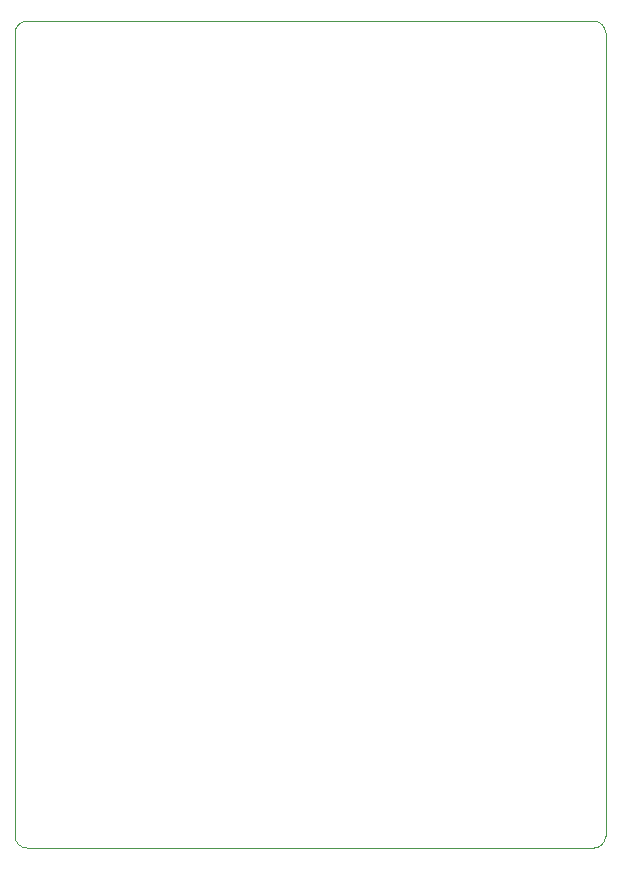
<source format=gbr>
%TF.GenerationSoftware,KiCad,Pcbnew,9.0.5*%
%TF.CreationDate,2025-10-18T14:04:28+13:00*%
%TF.ProjectId,comprgb,636f6d70-7267-4622-9e6b-696361645f70,rev?*%
%TF.SameCoordinates,Original*%
%TF.FileFunction,Profile,NP*%
%FSLAX46Y46*%
G04 Gerber Fmt 4.6, Leading zero omitted, Abs format (unit mm)*
G04 Created by KiCad (PCBNEW 9.0.5) date 2025-10-18 14:04:28*
%MOMM*%
%LPD*%
G01*
G04 APERTURE LIST*
%TA.AperFunction,Profile*%
%ADD10C,0.050000*%
%TD*%
G04 APERTURE END LIST*
D10*
X-55000000Y-15000000D02*
X-55000000Y-34000000D01*
X-5000000Y-15000000D02*
X-5000000Y-34000000D01*
X-6000000Y-35000000D02*
X-54000000Y-35000000D01*
X-55000000Y15000000D02*
X-55000000Y34000000D01*
X-54000000Y35000000D02*
X-6000000Y35000000D01*
X-55000000Y-13000000D02*
X-55000000Y-15000000D01*
X-55000000Y15000000D02*
X-55000000Y13000000D01*
X-5000000Y15000000D02*
X-5000000Y13000000D01*
X-5000000Y-13000000D02*
X-5000000Y-15000000D01*
X-54000000Y-35000000D02*
G75*
G02*
X-55000000Y-34000000I0J1000000D01*
G01*
X-55000000Y13000000D02*
X-55000000Y-13000000D01*
X-6000000Y35000000D02*
G75*
G02*
X-5000000Y34000000I0J-1000000D01*
G01*
X-5000000Y34000000D02*
X-5000000Y15000000D01*
X-55000000Y34000000D02*
G75*
G02*
X-54000000Y35000000I1000000J0D01*
G01*
X-5000000Y13000000D02*
X-5000000Y-13000000D01*
X-5000000Y-34000000D02*
G75*
G02*
X-6000000Y-35000000I-1000000J0D01*
G01*
M02*

</source>
